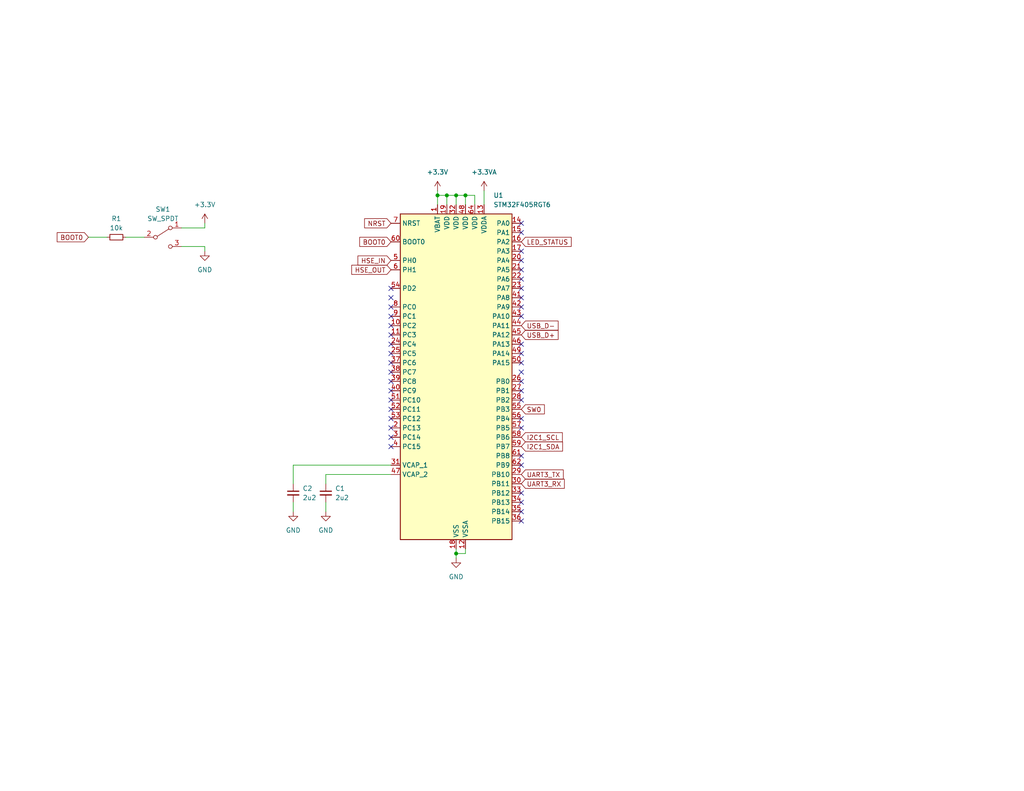
<source format=kicad_sch>
(kicad_sch (version 20230121) (generator eeschema)
  (paper "USLetter")
  (title_block (title "STM32F4 Test Board") (date "2023-06-03") (rev "2.0") (company "No Company Name"))
  (lib_symbols
    (symbol "Device:C_Small" (pin_numbers hide) (pin_names (offset 0.254) hide)
      (property "Reference" "C" (at 0.254 1.778 0))
      (property "Value" "C_Small" (at 0.254 -2.032 0))
      (symbol "C_Small_0_1"
        (polyline (pts (xy -1.524 -0.508) (xy 1.524 -0.508)) (stroke (width 0.3302)))
        (polyline (pts (xy -1.524 0.508) (xy 1.524 0.508)) (stroke (width 0.3048)))
      )
      (symbol "C_Small_1_1"
        (pin passive line (at 0 2.54 270) (length 2.032) (name "~") (number "1"))
        (pin passive line (at 0 -2.54 90) (length 2.032) (name "~") (number "2"))
      )
    )
    (symbol "Device:R_Small" (pin_numbers hide) (pin_names (offset 0.254) hide)
      (property "Reference" "R" (at 0.762 0.508 0))
      (property "Value" "R_Small" (at 0.762 -1.016 0))
      (symbol "R_Small_0_1"
        (rectangle (start -0.762 1.778) (end 0.762 -1.778) (stroke (width 0.2032)))
      )
      (symbol "R_Small_1_1"
        (pin passive line (at 0 2.54 270) (length 0.762) (name "~") (number "1"))
        (pin passive line (at 0 -2.54 90) (length 0.762) (name "~") (number "2"))
      )
    )
    (symbol "MCU_ST_STM32F4:STM32F405RGTx"
      (property "Reference" "U" (at -15.24 46.99 0))
      (property "Value" "STM32F405RGTx" (at 10.16 46.99 0))
      (symbol "STM32F405RGTx_0_1"
        (rectangle (start -15.24 -43.18) (end 15.24 45.72) (stroke (width 0.254)) (fill (type background)))
      )
      (symbol "STM32F405RGTx_1_1"
        (pin power_in line (at -5.08 48.26 270) (length 2.54) (name "VBAT") (number "1"))
        (pin bidirectional line (at -17.78 15.24 0) (length 2.54) (name "PC2") (number "10"))
        (pin bidirectional line (at -17.78 12.7 0) (length 2.54) (name "PC3") (number "11"))
        (pin power_in line (at 2.54 -45.72 90) (length 2.54) (name "VSSA") (number "12"))
        (pin power_in line (at 7.62 48.26 270) (length 2.54) (name "VDDA") (number "13"))
        (pin bidirectional line (at 17.78 43.18 180) (length 2.54) (name "PA0") (number "14"))
        (pin bidirectional line (at 17.78 40.64 180) (length 2.54) (name "PA1") (number "15"))
        (pin bidirectional line (at 17.78 38.1 180) (length 2.54) (name "PA2") (number "16"))
        (pin bidirectional line (at 17.78 35.56 180) (length 2.54) (name "PA3") (number "17"))
        (pin power_in line (at 0 -45.72 90) (length 2.54) (name "VSS") (number "18"))
        (pin power_in line (at -2.54 48.26 270) (length 2.54) (name "VDD") (number "19"))
        (pin bidirectional line (at -17.78 -12.7 0) (length 2.54) (name "PC13") (number "2"))
        (pin bidirectional line (at 17.78 33.02 180) (length 2.54) (name "PA4") (number "20"))
        (pin bidirectional line (at 17.78 30.48 180) (length 2.54) (name "PA5") (number "21"))
        (pin bidirectional line (at 17.78 27.94 180) (length 2.54) (name "PA6") (number "22"))
        (pin bidirectional line (at 17.78 25.4 180) (length 2.54) (name "PA7") (number "23"))
        (pin bidirectional line (at -17.78 10.16 0) (length 2.54) (name "PC4") (number "24"))
        (pin bidirectional line (at -17.78 7.62 0) (length 2.54) (name "PC5") (number "25"))
        (pin bidirectional line (at 17.78 0 180) (length 2.54) (name "PB0") (number "26"))
        (pin bidirectional line (at 17.78 -2.54 180) (length 2.54) (name "PB1") (number "27"))
        (pin bidirectional line (at 17.78 -5.08 180) (length 2.54) (name "PB2") (number "28"))
        (pin bidirectional line (at 17.78 -25.4 180) (length 2.54) (name "PB10") (number "29"))
        (pin bidirectional line (at -17.78 -15.24 0) (length 2.54) (name "PC14") (number "3"))
        (pin bidirectional line (at 17.78 -27.94 180) (length 2.54) (name "PB11") (number "30"))
        (pin power_out line (at -17.78 -22.86 0) (length 2.54) (name "VCAP_1") (number "31"))
        (pin power_in line (at 0 48.26 270) (length 2.54) (name "VDD") (number "32"))
        (pin bidirectional line (at 17.78 -30.48 180) (length 2.54) (name "PB12") (number "33"))
        (pin bidirectional line (at 17.78 -33.02 180) (length 2.54) (name "PB13") (number "34"))
        (pin bidirectional line (at 17.78 -35.56 180) (length 2.54) (name "PB14") (number "35"))
        (pin bidirectional line (at 17.78 -38.1 180) (length 2.54) (name "PB15") (number "36"))
        (pin bidirectional line (at -17.78 5.08 0) (length 2.54) (name "PC6") (number "37"))
        (pin bidirectional line (at -17.78 2.54 0) (length 2.54) (name "PC7") (number "38"))
        (pin bidirectional line (at -17.78 0 0) (length 2.54) (name "PC8") (number "39"))
        (pin bidirectional line (at -17.78 -17.78 0) (length 2.54) (name "PC15") (number "4"))
        (pin bidirectional line (at -17.78 -2.54 0) (length 2.54) (name "PC9") (number "40"))
        (pin bidirectional line (at 17.78 22.86 180) (length 2.54) (name "PA8") (number "41"))
        (pin bidirectional line (at 17.78 20.32 180) (length 2.54) (name "PA9") (number "42"))
        (pin bidirectional line (at 17.78 17.78 180) (length 2.54) (name "PA10") (number "43"))
        (pin bidirectional line (at 17.78 15.24 180) (length 2.54) (name "PA11") (number "44"))
        (pin bidirectional line (at 17.78 12.7 180) (length 2.54) (name "PA12") (number "45"))
        (pin bidirectional line (at 17.78 10.16 180) (length 2.54) (name "PA13") (number "46"))
        (pin power_out line (at -17.78 -25.4 0) (length 2.54) (name "VCAP_2") (number "47"))
        (pin power_in line (at 2.54 48.26 270) (length 2.54) (name "VDD") (number "48"))
        (pin bidirectional line (at 17.78 7.62 180) (length 2.54) (name "PA14") (number "49"))
        (pin bidirectional line (at -17.78 33.02 0) (length 2.54) (name "PH0") (number "5"))
        (pin bidirectional line (at 17.78 5.08 180) (length 2.54) (name "PA15") (number "50"))
        (pin bidirectional line (at -17.78 -5.08 0) (length 2.54) (name "PC10") (number "51"))
        (pin bidirectional line (at -17.78 -7.62 0) (length 2.54) (name "PC11") (number "52"))
        (pin bidirectional line (at -17.78 -10.16 0) (length 2.54) (name "PC12") (number "53"))
        (pin bidirectional line (at -17.78 25.4 0) (length 2.54) (name "PD2") (number "54"))
        (pin bidirectional line (at 17.78 -7.62 180) (length 2.54) (name "PB3") (number "55"))
        (pin bidirectional line (at 17.78 -10.16 180) (length 2.54) (name "PB4") (number "56"))
        (pin bidirectional line (at 17.78 -12.7 180) (length 2.54) (name "PB5") (number "57"))
        (pin bidirectional line (at 17.78 -15.24 180) (length 2.54) (name "PB6") (number "58"))
        (pin bidirectional line (at 17.78 -17.78 180) (length 2.54) (name "PB7") (number "59"))
        (pin bidirectional line (at -17.78 30.48 0) (length 2.54) (name "PH1") (number "6"))
        (pin input line (at -17.78 38.1 0) (length 2.54) (name "BOOT0") (number "60"))
        (pin bidirectional line (at 17.78 -20.32 180) (length 2.54) (name "PB8") (number "61"))
        (pin bidirectional line (at 17.78 -22.86 180) (length 2.54) (name "PB9") (number "62"))
        (pin passive line (at 0 -45.72 90) (length 2.54) hide (name "VSS") (number "63"))
        (pin power_in line (at 5.08 48.26 270) (length 2.54) (name "VDD") (number "64"))
        (pin input line (at -17.78 43.18 0) (length 2.54) (name "NRST") (number "7"))
        (pin bidirectional line (at -17.78 20.32 0) (length 2.54) (name "PC0") (number "8"))
        (pin bidirectional line (at -17.78 17.78 0) (length 2.54) (name "PC1") (number "9"))
      )
    )
    (symbol "Switch:SW_SPDT" (pin_names (offset 0) hide)
      (property "Reference" "SW" (at 0 4.318 0))
      (property "Value" "SW_SPDT" (at 0 -5.08 0))
      (symbol "SW_SPDT_0_0"
        (circle (center -2.032 0) (radius 0.508))
        (circle (center 2.032 -2.54) (radius 0.508))
      )
      (symbol "SW_SPDT_0_1"
        (polyline (pts (xy -1.524 0.254) (xy 1.651 2.286)))
        (circle (center 2.032 2.54) (radius 0.508))
      )
      (symbol "SW_SPDT_1_1"
        (pin passive line (at 5.08 2.54 180) (length 2.54) (name "A") (number "1"))
        (pin passive line (at -5.08 0 0) (length 2.54) (name "B") (number "2"))
        (pin passive line (at 5.08 -2.54 180) (length 2.54) (name "C") (number "3"))
      )
    )
    (symbol "power:+3.3V" (power) (pin_names (offset 0))
      (property "Value" "+3.3V" (at 0 3.556 0))
      (symbol "+3.3V_0_1"
        (polyline (pts (xy -0.762 1.27) (xy 0 2.54)))
        (polyline (pts (xy 0 0) (xy 0 2.54)))
        (polyline (pts (xy 0 2.54) (xy 0.762 1.27)))
      )
      (symbol "+3.3V_1_1"
        (pin power_in line (at 0 0 90) (length 0) hide (name "+3.3V") (number "1"))
      )
    )
    (symbol "power:+3.3VA" (power) (pin_names (offset 0))
      (property "Value" "+3.3VA" (at 0 3.556 0))
      (symbol "+3.3VA_0_1"
        (polyline (pts (xy -0.762 1.27) (xy 0 2.54)))
        (polyline (pts (xy 0 0) (xy 0 2.54)))
        (polyline (pts (xy 0 2.54) (xy 0.762 1.27)))
      )
      (symbol "+3.3VA_1_1"
        (pin power_in line (at 0 0 90) (length 0) hide (name "+3.3VA") (number "1"))
      )
    )
    (symbol "power:GND" (power) (pin_names (offset 0))
      (property "Value" "GND" (at 0 -3.81 0))
      (symbol "GND_0_1"
        (polyline (pts (xy 0 0) (xy 0 -1.27) (xy 1.27 -1.27) (xy 0 -2.54) (xy -1.27 -1.27) (xy 0 -1.27)))
      )
      (symbol "GND_1_1"
        (pin power_in line (at 0 0 270) (length 0) hide (name "GND") (number "1"))
      )
    )
  )
  (junction (at 127 53.34))
  (junction (at 119.38 53.34))
  (junction (at 124.46 151.13))
  (junction (at 124.46 53.34))
  (junction (at 121.92 53.34))
  (no_connect (at 106.68 121.92))
  (no_connect (at 142.24 96.52))
  (no_connect (at 142.24 73.66))
  (no_connect (at 142.24 76.2))
  (no_connect (at 142.24 60.96))
  (no_connect (at 142.24 124.46))
  (no_connect (at 142.24 83.82))
  (no_connect (at 142.24 114.3))
  (no_connect (at 142.24 93.98))
  (no_connect (at 142.24 71.12))
  (no_connect (at 106.68 91.44))
  (no_connect (at 106.68 119.38))
  (no_connect (at 142.24 104.14))
  (no_connect (at 106.68 88.9))
  (no_connect (at 142.24 106.68))
  (no_connect (at 142.24 101.6))
  (no_connect (at 106.68 111.76))
  (no_connect (at 106.68 78.74))
  (no_connect (at 142.24 78.74))
  (no_connect (at 106.68 104.14))
  (no_connect (at 142.24 116.84))
  (no_connect (at 142.24 63.5))
  (no_connect (at 142.24 134.62))
  (no_connect (at 142.24 127))
  (no_connect (at 106.68 116.84))
  (no_connect (at 106.68 81.28))
  (no_connect (at 142.24 109.22))
  (no_connect (at 106.68 101.6))
  (no_connect (at 106.68 114.3))
  (no_connect (at 142.24 81.28))
  (no_connect (at 106.68 83.82))
  (no_connect (at 106.68 99.06))
  (no_connect (at 106.68 106.68))
  (no_connect (at 142.24 137.16))
  (no_connect (at 106.68 109.22))
  (no_connect (at 106.68 86.36))
  (no_connect (at 106.68 96.52))
  (no_connect (at 142.24 99.06))
  (no_connect (at 142.24 68.58))
  (no_connect (at 106.68 93.98))
  (no_connect (at 142.24 86.36))
  (no_connect (at 142.24 142.24))
  (no_connect (at 142.24 139.7))
  (wire (pts (xy 127 53.34) (xy 129.54 53.34)))
  (wire (pts (xy 129.54 53.34) (xy 129.54 55.88)))
  (wire (pts (xy 80.01 127) (xy 106.68 127)))
  (wire (pts (xy 49.53 62.23) (xy 55.88 62.23)))
  (wire (pts (xy 127 53.34) (xy 127 55.88)))
  (wire (pts (xy 119.38 53.34) (xy 119.38 55.88)))
  (wire (pts (xy 80.01 127) (xy 80.01 132.08)))
  (wire (pts (xy 124.46 53.34) (xy 124.46 55.88)))
  (wire (pts (xy 88.9 129.54) (xy 88.9 132.08)))
  (wire (pts (xy 88.9 137.16) (xy 88.9 139.7)))
  (wire (pts (xy 127 151.13) (xy 127 149.86)))
  (wire (pts (xy 55.88 62.23) (xy 55.88 60.96)))
  (wire (pts (xy 124.46 53.34) (xy 127 53.34)))
  (wire (pts (xy 119.38 53.34) (xy 121.92 53.34)))
  (wire (pts (xy 121.92 53.34) (xy 124.46 53.34)))
  (wire (pts (xy 88.9 129.54) (xy 106.68 129.54)))
  (wire (pts (xy 24.13 64.77) (xy 29.21 64.77)))
  (wire (pts (xy 121.92 53.34) (xy 121.92 55.88)))
  (wire (pts (xy 80.01 137.16) (xy 80.01 139.7)))
  (wire (pts (xy 119.38 52.07) (xy 119.38 53.34)))
  (wire (pts (xy 132.08 52.07) (xy 132.08 55.88)))
  (wire (pts (xy 124.46 149.86) (xy 124.46 151.13)))
  (wire (pts (xy 55.88 67.31) (xy 55.88 68.58)))
  (wire (pts (xy 34.29 64.77) (xy 39.37 64.77)))
  (wire (pts (xy 124.46 151.13) (xy 127 151.13)))
  (wire (pts (xy 49.53 67.31) (xy 55.88 67.31)))
  (wire (pts (xy 124.46 151.13) (xy 124.46 152.4)))
  (global_label "UART3_TX" (shape input) (at 142.24 129.54 0) (property "Intersheetrefs" "${INTERSHEET_REFS}" (effects hide)))
  (global_label "I2C1_SDA" (shape input) (at 142.24 121.92 0) (property "Intersheetrefs" "${INTERSHEET_REFS}" (effects hide)))
  (global_label "BOOT0" (shape input) (at 106.68 66.04 180) (property "Intersheetrefs" "${INTERSHEET_REFS}" (effects hide)))
  (global_label "SW0" (shape input) (at 142.24 111.76 0) (property "Intersheetrefs" "${INTERSHEET_REFS}" (effects hide)))
  (global_label "USB_D+" (shape input) (at 142.24 91.44 0) (property "Intersheetrefs" "${INTERSHEET_REFS}" (effects hide)))
  (global_label "UART3_RX" (shape input) (at 142.24 132.08 0) (property "Intersheetrefs" "${INTERSHEET_REFS}" (effects hide)))
  (global_label "LED_STATUS" (shape input) (at 142.24 66.04 0) (property "Intersheetrefs" "${INTERSHEET_REFS}" (effects hide)))
  (global_label "NRST" (shape input) (at 106.68 60.96 180) (property "Intersheetrefs" "${INTERSHEET_REFS}" (effects hide)))
  (global_label "I2C1_SCL" (shape input) (at 142.24 119.38 0) (property "Intersheetrefs" "${INTERSHEET_REFS}" (effects hide)))
  (global_label "HSE_OUT" (shape input) (at 106.68 73.66 180) (property "Intersheetrefs" "${INTERSHEET_REFS}" (effects hide)))
  (global_label "USB_D-" (shape input) (at 142.24 88.9 0) (property "Intersheetrefs" "${INTERSHEET_REFS}" (effects hide)))
  (global_label "BOOT0" (shape input) (at 24.13 64.77 180) (property "Intersheetrefs" "${INTERSHEET_REFS}" (effects hide)))
  (global_label "HSE_IN" (shape input) (at 106.68 71.12 180) (property "Intersheetrefs" "${INTERSHEET_REFS}" (effects hide)))
  (symbol (lib_id "power:GND") (at 55.88 68.58 0) (unit 1)
    (property "Reference" "#PWR06" (effects hide))
    (property "Value" "GND" (at 55.88 73.66 0))
  )
  (symbol (lib_id "power:GND") (at 80.01 139.7 0) (unit 1)
    (property "Reference" "#PWR05" (effects hide))
    (property "Value" "GND" (at 80.01 144.78 0))
  )
  (symbol (lib_id "power:+3.3VA") (at 132.08 52.07 0) (unit 1)
    (property "Reference" "#PWR03" (effects hide))
    (property "Value" "+3.3VA" (at 132.08 46.99 0))
  )
  (symbol (lib_id "power:+3.3V") (at 55.88 60.96 0) (unit 1)
    (property "Reference" "#PWR07" (effects hide))
    (property "Value" "+3.3V" (at 55.88 55.88 0))
  )
  (symbol (lib_id "Device:C_Small") (at 80.01 134.62 0) (unit 1)
    (property "Reference" "C2" (at 82.55 133.3563 0) (effects (justify left)))
    (property "Value" "2u2" (at 82.55 135.8963 0) (effects (justify left)))
  )
  (symbol (lib_id "power:+3.3V") (at 119.38 52.07 0) (unit 1)
    (property "Reference" "#PWR02" (effects hide))
    (property "Value" "+3.3V" (at 119.38 46.99 0))
  )
  (symbol (lib_id "power:GND") (at 88.9 139.7 0) (unit 1)
    (property "Reference" "#PWR04" (effects hide))
    (property "Value" "GND" (at 88.9 144.78 0))
  )
  (symbol (lib_id "Device:R_Small") (at 31.75 64.77 90) (unit 1)
    (property "Reference" "R1" (at 31.75 59.69 90))
    (property "Value" "10k" (at 31.75 62.23 90))
  )
  (symbol (lib_id "MCU_ST_STM32F4:STM32F405RGTx") (at 124.46 104.14 0) (unit 1)
    (property "Reference" "U1" (at 134.62 53.34 0) (effects (justify left)))
    (property "Value" "STM32F405RGT6" (at 134.62 55.88 0) (effects (justify left)))
    (property "Footprint" "Package_QFP:LQFP-64_10x10mm_P0.5mm" (effects hide))
    (property "Datasheet" "https://www.st.com/resource/en/datasheet/stm32f405rg.pdf" (effects hide))
  )
  (symbol (lib_id "Device:C_Small") (at 88.9 134.62 0) (unit 1)
    (property "Reference" "C1" (at 91.44 133.3563 0) (effects (justify left)))
    (property "Value" "2u2" (at 91.44 135.8963 0) (effects (justify left)))
  )
  (symbol (lib_id "Switch:SW_SPDT") (at 44.45 64.77 0) (unit 1)
    (property "Reference" "SW1" (at 44.45 57.15 0))
    (property "Value" "SW_SPDT" (at 44.45 59.69 0))
  )
  (symbol (lib_id "power:GND") (at 124.46 152.4 0) (unit 1)
    (property "Reference" "#PWR01" (effects hide))
    (property "Value" "GND" (at 124.46 157.48 0))
  )
)
</source>
